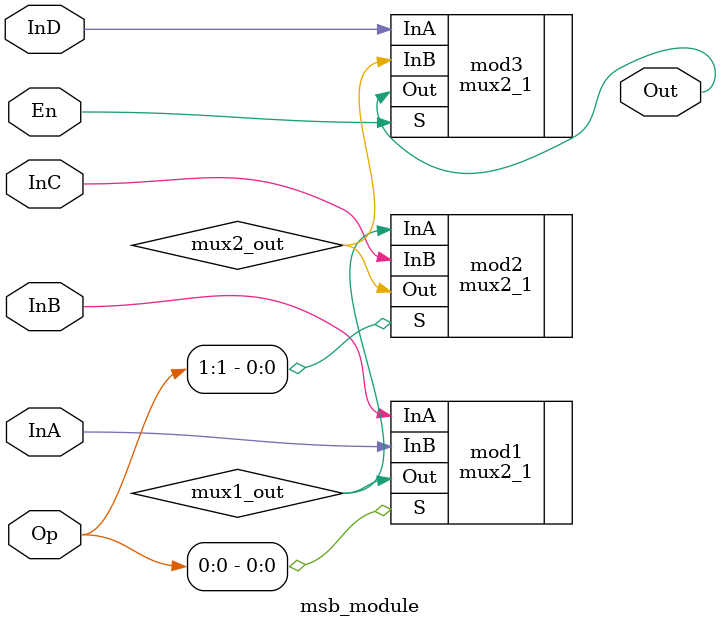
<source format=v>
/*  Author: Xuyi Ruan & Yudong Sun
 *  Description: MSB module for shifter
 *  Module: mux2_1.v
 */

module msb_module(Out, InA, InB, InC, InD, En, Op);
    input InA, InB, InC, InD, En;
    input [1:0] Op;
    output Out;
    wire mux1_out, mux2_out;

    mux2_1 mod1(.InA(InB), .InB(InA), .S(Op[0]), .Out(mux1_out));
    mux2_1 mod2(.InA(mux1_out), .InB(InC), .S(Op[1]), .Out(mux2_out));
    mux2_1 mod3(.InA(InD), .InB(mux2_out), .S(En), .Out(Out));

endmodule

</source>
